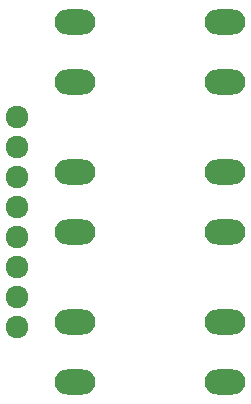
<source format=gts>
G04 #@! TF.FileFunction,Soldermask,Top*
%FSLAX46Y46*%
G04 Gerber Fmt 4.6, Leading zero omitted, Abs format (unit mm)*
G04 Created by KiCad (PCBNEW 4.0.2-4+6225~38~ubuntu14.04.1-stable) date Tue 08 Mar 2016 14:25:17 CET*
%MOMM*%
G01*
G04 APERTURE LIST*
%ADD10C,0.150000*%
%ADD11C,1.924000*%
%ADD12O,3.448000X2.127200*%
G04 APERTURE END LIST*
D10*
D11*
X221716600Y-165570400D03*
X221716600Y-163030400D03*
X221716600Y-160490400D03*
X221716600Y-157950400D03*
X221716600Y-155410400D03*
X221716600Y-152870400D03*
X221716600Y-150330400D03*
X221716600Y-147790400D03*
D12*
X239268000Y-139700000D03*
X239268000Y-144780000D03*
X226568000Y-139700000D03*
X226568000Y-144780000D03*
X239268000Y-152400000D03*
X239268000Y-157480000D03*
X226568000Y-152400000D03*
X226568000Y-157480000D03*
X239268000Y-165100000D03*
X239268000Y-170180000D03*
X226568000Y-165100000D03*
X226568000Y-170180000D03*
M02*

</source>
